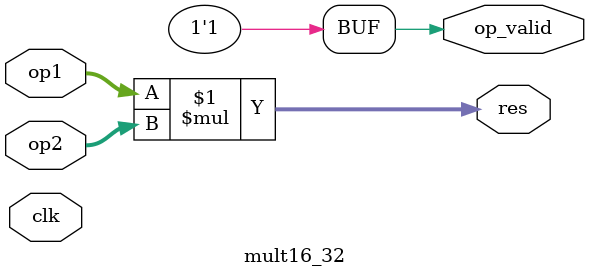
<source format=v>
module mult16_32(
res,
op_valid,
op1,
op2,
clk
);

parameter IPWRDLEN = 16;
parameter OPWRDLEN = 2*IPWRDLEN;

input [IPWRDLEN-1:0] op1;
input [IPWRDLEN-1:0] op2; 
input clk;

//wire [OPWRDLEN-1:0] r_res; 
output [OPWRDLEN-1:0] res;
//reg [OPWRDLEN-1:0] res;
//reg [OPWRDLEN-1:0] res;
output op_valid;

//always@(posedge clk) begin
// code goes here
//  res = op1*op2;
//end

//temp workaround
assign res = op1*op2;
//assign res = {r_res[OPWRDLEN-2:0],1'b0};
assign op_valid = 1;
//$display("r_res %b res %b ",r_res,res)

endmodule

</source>
